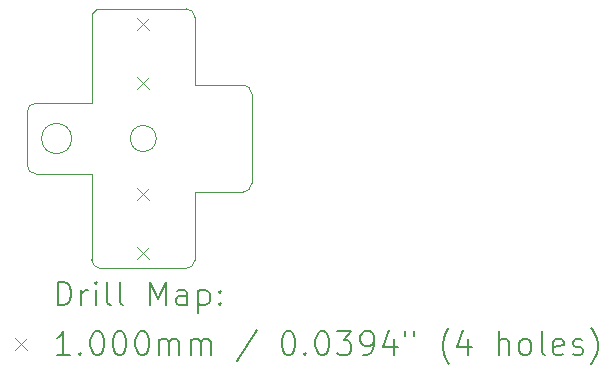
<source format=gbr>
%TF.GenerationSoftware,KiCad,Pcbnew,8.0.2*%
%TF.CreationDate,2025-05-18T13:53:22-07:00*%
%TF.ProjectId,PGS_Trigger_Board,5047535f-5472-4696-9767-65725f426f61,rev?*%
%TF.SameCoordinates,Original*%
%TF.FileFunction,Drillmap*%
%TF.FilePolarity,Positive*%
%FSLAX45Y45*%
G04 Gerber Fmt 4.5, Leading zero omitted, Abs format (unit mm)*
G04 Created by KiCad (PCBNEW 8.0.2) date 2025-05-18 13:53:22*
%MOMM*%
%LPD*%
G01*
G04 APERTURE LIST*
%ADD10C,0.010000*%
%ADD11C,0.200000*%
%ADD12C,0.100000*%
G04 APERTURE END LIST*
D10*
X23584053Y-14889000D02*
G75*
G02*
X23659050Y-14964000I-3J-75000D01*
G01*
X21833000Y-15644000D02*
G75*
G02*
X21758000Y-15569000I0J75000D01*
G01*
X22304027Y-14314711D02*
X22304048Y-14312961D01*
X22304113Y-14311215D01*
X22304221Y-14309472D01*
X22304372Y-14307734D01*
X22304565Y-14306001D01*
X22304801Y-14304274D01*
X22305079Y-14302554D01*
X22305400Y-14300841D01*
X22305763Y-14299137D01*
X22306167Y-14297443D01*
X22306614Y-14295758D01*
X22307102Y-14294084D01*
X22307631Y-14292421D01*
X22308202Y-14290771D01*
X22308814Y-14289134D01*
X22309467Y-14287511D01*
X22135500Y-15344000D02*
G75*
G02*
X21880500Y-15344000I-127500J0D01*
G01*
X21880500Y-15344000D02*
G75*
G02*
X22135500Y-15344000I127500J0D01*
G01*
X21758000Y-15119000D02*
X21758000Y-15569000D01*
X23179026Y-14889000D02*
X23179026Y-14319000D01*
X22347719Y-14249365D02*
X22349332Y-14248721D01*
X22350959Y-14248118D01*
X22352599Y-14247555D01*
X22354251Y-14247033D01*
X22355914Y-14246551D01*
X22357588Y-14246111D01*
X22359272Y-14245712D01*
X22360964Y-14245354D01*
X22362665Y-14245038D01*
X22364373Y-14244764D01*
X22366088Y-14244531D01*
X22367809Y-14244340D01*
X22369535Y-14244192D01*
X22371266Y-14244085D01*
X22373000Y-14244021D01*
X22374737Y-14244000D01*
X22379026Y-16444000D02*
X23104026Y-16444000D01*
X22304027Y-15644000D02*
X22304027Y-16369000D01*
X23179026Y-16369000D02*
G75*
G02*
X23104026Y-16443996I-74997J0D01*
G01*
X23179026Y-16369000D02*
X23179026Y-15799000D01*
X23104026Y-14244000D02*
G75*
G02*
X23179030Y-14319000I4J-75000D01*
G01*
X21758000Y-15119000D02*
G75*
G02*
X21833000Y-15044000I75000J0D01*
G01*
X22304027Y-15044000D02*
X21833000Y-15044000D01*
X22325192Y-14264260D02*
X22326421Y-14263082D01*
X22327677Y-14261935D01*
X22328958Y-14260819D01*
X22330266Y-14259735D01*
X22331598Y-14258684D01*
X22332954Y-14257665D01*
X22334335Y-14256679D01*
X22335738Y-14255727D01*
X22337163Y-14254809D01*
X22338611Y-14253925D01*
X22340079Y-14253076D01*
X22341568Y-14252262D01*
X22343078Y-14251483D01*
X22344606Y-14250741D01*
X22346153Y-14250035D01*
X22347719Y-14249365D01*
X23659053Y-15724000D02*
G75*
G02*
X23584053Y-15799003I-75003J0D01*
G01*
X21833000Y-15644000D02*
X22304027Y-15644000D01*
X22851526Y-15344000D02*
G75*
G02*
X22631526Y-15344000I-110000J0D01*
G01*
X22631526Y-15344000D02*
G75*
G02*
X22851526Y-15344000I110000J0D01*
G01*
X22304027Y-14314711D02*
X22304027Y-15044000D01*
X23659053Y-15724000D02*
X23659053Y-14964000D01*
X22309467Y-14287511D02*
X22310169Y-14285885D01*
X22310910Y-14284279D01*
X22311690Y-14282693D01*
X22312510Y-14281129D01*
X22313367Y-14279587D01*
X22314262Y-14278067D01*
X22315195Y-14276570D01*
X22316164Y-14275097D01*
X22317170Y-14273649D01*
X22318212Y-14272226D01*
X22319289Y-14270830D01*
X22320402Y-14269460D01*
X22321549Y-14268117D01*
X22322730Y-14266802D01*
X22323944Y-14265516D01*
X22325192Y-14264260D01*
X23584053Y-14889000D02*
X23179026Y-14889000D01*
X23104026Y-14244000D02*
X22374737Y-14244000D01*
X23179026Y-15799000D02*
X23584053Y-15799000D01*
X22379026Y-16444000D02*
G75*
G02*
X22304030Y-16369000I4J75000D01*
G01*
D11*
D12*
X22691526Y-14326500D02*
X22791526Y-14426500D01*
X22791526Y-14326500D02*
X22691526Y-14426500D01*
X22691526Y-14826500D02*
X22791526Y-14926500D01*
X22791526Y-14826500D02*
X22691526Y-14926500D01*
X22691526Y-15761500D02*
X22791526Y-15861500D01*
X22791526Y-15761500D02*
X22691526Y-15861500D01*
X22691526Y-16261500D02*
X22791526Y-16361500D01*
X22791526Y-16261500D02*
X22691526Y-16361500D01*
D11*
X22018277Y-16755984D02*
X22018277Y-16555984D01*
X22018277Y-16555984D02*
X22065896Y-16555984D01*
X22065896Y-16555984D02*
X22094467Y-16565508D01*
X22094467Y-16565508D02*
X22113515Y-16584555D01*
X22113515Y-16584555D02*
X22123039Y-16603603D01*
X22123039Y-16603603D02*
X22132563Y-16641698D01*
X22132563Y-16641698D02*
X22132563Y-16670269D01*
X22132563Y-16670269D02*
X22123039Y-16708365D01*
X22123039Y-16708365D02*
X22113515Y-16727412D01*
X22113515Y-16727412D02*
X22094467Y-16746460D01*
X22094467Y-16746460D02*
X22065896Y-16755984D01*
X22065896Y-16755984D02*
X22018277Y-16755984D01*
X22218277Y-16755984D02*
X22218277Y-16622650D01*
X22218277Y-16660746D02*
X22227801Y-16641698D01*
X22227801Y-16641698D02*
X22237324Y-16632174D01*
X22237324Y-16632174D02*
X22256372Y-16622650D01*
X22256372Y-16622650D02*
X22275420Y-16622650D01*
X22342086Y-16755984D02*
X22342086Y-16622650D01*
X22342086Y-16555984D02*
X22332563Y-16565508D01*
X22332563Y-16565508D02*
X22342086Y-16575031D01*
X22342086Y-16575031D02*
X22351610Y-16565508D01*
X22351610Y-16565508D02*
X22342086Y-16555984D01*
X22342086Y-16555984D02*
X22342086Y-16575031D01*
X22465896Y-16755984D02*
X22446848Y-16746460D01*
X22446848Y-16746460D02*
X22437324Y-16727412D01*
X22437324Y-16727412D02*
X22437324Y-16555984D01*
X22570658Y-16755984D02*
X22551610Y-16746460D01*
X22551610Y-16746460D02*
X22542086Y-16727412D01*
X22542086Y-16727412D02*
X22542086Y-16555984D01*
X22799229Y-16755984D02*
X22799229Y-16555984D01*
X22799229Y-16555984D02*
X22865896Y-16698841D01*
X22865896Y-16698841D02*
X22932562Y-16555984D01*
X22932562Y-16555984D02*
X22932562Y-16755984D01*
X23113515Y-16755984D02*
X23113515Y-16651222D01*
X23113515Y-16651222D02*
X23103991Y-16632174D01*
X23103991Y-16632174D02*
X23084943Y-16622650D01*
X23084943Y-16622650D02*
X23046848Y-16622650D01*
X23046848Y-16622650D02*
X23027801Y-16632174D01*
X23113515Y-16746460D02*
X23094467Y-16755984D01*
X23094467Y-16755984D02*
X23046848Y-16755984D01*
X23046848Y-16755984D02*
X23027801Y-16746460D01*
X23027801Y-16746460D02*
X23018277Y-16727412D01*
X23018277Y-16727412D02*
X23018277Y-16708365D01*
X23018277Y-16708365D02*
X23027801Y-16689317D01*
X23027801Y-16689317D02*
X23046848Y-16679793D01*
X23046848Y-16679793D02*
X23094467Y-16679793D01*
X23094467Y-16679793D02*
X23113515Y-16670269D01*
X23208753Y-16622650D02*
X23208753Y-16822650D01*
X23208753Y-16632174D02*
X23227801Y-16622650D01*
X23227801Y-16622650D02*
X23265896Y-16622650D01*
X23265896Y-16622650D02*
X23284943Y-16632174D01*
X23284943Y-16632174D02*
X23294467Y-16641698D01*
X23294467Y-16641698D02*
X23303991Y-16660746D01*
X23303991Y-16660746D02*
X23303991Y-16717888D01*
X23303991Y-16717888D02*
X23294467Y-16736936D01*
X23294467Y-16736936D02*
X23284943Y-16746460D01*
X23284943Y-16746460D02*
X23265896Y-16755984D01*
X23265896Y-16755984D02*
X23227801Y-16755984D01*
X23227801Y-16755984D02*
X23208753Y-16746460D01*
X23389705Y-16736936D02*
X23399229Y-16746460D01*
X23399229Y-16746460D02*
X23389705Y-16755984D01*
X23389705Y-16755984D02*
X23380182Y-16746460D01*
X23380182Y-16746460D02*
X23389705Y-16736936D01*
X23389705Y-16736936D02*
X23389705Y-16755984D01*
X23389705Y-16632174D02*
X23399229Y-16641698D01*
X23399229Y-16641698D02*
X23389705Y-16651222D01*
X23389705Y-16651222D02*
X23380182Y-16641698D01*
X23380182Y-16641698D02*
X23389705Y-16632174D01*
X23389705Y-16632174D02*
X23389705Y-16651222D01*
D12*
X21657500Y-17034500D02*
X21757500Y-17134500D01*
X21757500Y-17034500D02*
X21657500Y-17134500D01*
D11*
X22123039Y-17175984D02*
X22008753Y-17175984D01*
X22065896Y-17175984D02*
X22065896Y-16975984D01*
X22065896Y-16975984D02*
X22046848Y-17004555D01*
X22046848Y-17004555D02*
X22027801Y-17023603D01*
X22027801Y-17023603D02*
X22008753Y-17033127D01*
X22208753Y-17156936D02*
X22218277Y-17166460D01*
X22218277Y-17166460D02*
X22208753Y-17175984D01*
X22208753Y-17175984D02*
X22199229Y-17166460D01*
X22199229Y-17166460D02*
X22208753Y-17156936D01*
X22208753Y-17156936D02*
X22208753Y-17175984D01*
X22342086Y-16975984D02*
X22361134Y-16975984D01*
X22361134Y-16975984D02*
X22380182Y-16985508D01*
X22380182Y-16985508D02*
X22389705Y-16995031D01*
X22389705Y-16995031D02*
X22399229Y-17014079D01*
X22399229Y-17014079D02*
X22408753Y-17052174D01*
X22408753Y-17052174D02*
X22408753Y-17099793D01*
X22408753Y-17099793D02*
X22399229Y-17137889D01*
X22399229Y-17137889D02*
X22389705Y-17156936D01*
X22389705Y-17156936D02*
X22380182Y-17166460D01*
X22380182Y-17166460D02*
X22361134Y-17175984D01*
X22361134Y-17175984D02*
X22342086Y-17175984D01*
X22342086Y-17175984D02*
X22323039Y-17166460D01*
X22323039Y-17166460D02*
X22313515Y-17156936D01*
X22313515Y-17156936D02*
X22303991Y-17137889D01*
X22303991Y-17137889D02*
X22294467Y-17099793D01*
X22294467Y-17099793D02*
X22294467Y-17052174D01*
X22294467Y-17052174D02*
X22303991Y-17014079D01*
X22303991Y-17014079D02*
X22313515Y-16995031D01*
X22313515Y-16995031D02*
X22323039Y-16985508D01*
X22323039Y-16985508D02*
X22342086Y-16975984D01*
X22532562Y-16975984D02*
X22551610Y-16975984D01*
X22551610Y-16975984D02*
X22570658Y-16985508D01*
X22570658Y-16985508D02*
X22580182Y-16995031D01*
X22580182Y-16995031D02*
X22589705Y-17014079D01*
X22589705Y-17014079D02*
X22599229Y-17052174D01*
X22599229Y-17052174D02*
X22599229Y-17099793D01*
X22599229Y-17099793D02*
X22589705Y-17137889D01*
X22589705Y-17137889D02*
X22580182Y-17156936D01*
X22580182Y-17156936D02*
X22570658Y-17166460D01*
X22570658Y-17166460D02*
X22551610Y-17175984D01*
X22551610Y-17175984D02*
X22532562Y-17175984D01*
X22532562Y-17175984D02*
X22513515Y-17166460D01*
X22513515Y-17166460D02*
X22503991Y-17156936D01*
X22503991Y-17156936D02*
X22494467Y-17137889D01*
X22494467Y-17137889D02*
X22484943Y-17099793D01*
X22484943Y-17099793D02*
X22484943Y-17052174D01*
X22484943Y-17052174D02*
X22494467Y-17014079D01*
X22494467Y-17014079D02*
X22503991Y-16995031D01*
X22503991Y-16995031D02*
X22513515Y-16985508D01*
X22513515Y-16985508D02*
X22532562Y-16975984D01*
X22723039Y-16975984D02*
X22742086Y-16975984D01*
X22742086Y-16975984D02*
X22761134Y-16985508D01*
X22761134Y-16985508D02*
X22770658Y-16995031D01*
X22770658Y-16995031D02*
X22780182Y-17014079D01*
X22780182Y-17014079D02*
X22789705Y-17052174D01*
X22789705Y-17052174D02*
X22789705Y-17099793D01*
X22789705Y-17099793D02*
X22780182Y-17137889D01*
X22780182Y-17137889D02*
X22770658Y-17156936D01*
X22770658Y-17156936D02*
X22761134Y-17166460D01*
X22761134Y-17166460D02*
X22742086Y-17175984D01*
X22742086Y-17175984D02*
X22723039Y-17175984D01*
X22723039Y-17175984D02*
X22703991Y-17166460D01*
X22703991Y-17166460D02*
X22694467Y-17156936D01*
X22694467Y-17156936D02*
X22684943Y-17137889D01*
X22684943Y-17137889D02*
X22675420Y-17099793D01*
X22675420Y-17099793D02*
X22675420Y-17052174D01*
X22675420Y-17052174D02*
X22684943Y-17014079D01*
X22684943Y-17014079D02*
X22694467Y-16995031D01*
X22694467Y-16995031D02*
X22703991Y-16985508D01*
X22703991Y-16985508D02*
X22723039Y-16975984D01*
X22875420Y-17175984D02*
X22875420Y-17042650D01*
X22875420Y-17061698D02*
X22884943Y-17052174D01*
X22884943Y-17052174D02*
X22903991Y-17042650D01*
X22903991Y-17042650D02*
X22932563Y-17042650D01*
X22932563Y-17042650D02*
X22951610Y-17052174D01*
X22951610Y-17052174D02*
X22961134Y-17071222D01*
X22961134Y-17071222D02*
X22961134Y-17175984D01*
X22961134Y-17071222D02*
X22970658Y-17052174D01*
X22970658Y-17052174D02*
X22989705Y-17042650D01*
X22989705Y-17042650D02*
X23018277Y-17042650D01*
X23018277Y-17042650D02*
X23037324Y-17052174D01*
X23037324Y-17052174D02*
X23046848Y-17071222D01*
X23046848Y-17071222D02*
X23046848Y-17175984D01*
X23142086Y-17175984D02*
X23142086Y-17042650D01*
X23142086Y-17061698D02*
X23151610Y-17052174D01*
X23151610Y-17052174D02*
X23170658Y-17042650D01*
X23170658Y-17042650D02*
X23199229Y-17042650D01*
X23199229Y-17042650D02*
X23218277Y-17052174D01*
X23218277Y-17052174D02*
X23227801Y-17071222D01*
X23227801Y-17071222D02*
X23227801Y-17175984D01*
X23227801Y-17071222D02*
X23237324Y-17052174D01*
X23237324Y-17052174D02*
X23256372Y-17042650D01*
X23256372Y-17042650D02*
X23284943Y-17042650D01*
X23284943Y-17042650D02*
X23303991Y-17052174D01*
X23303991Y-17052174D02*
X23313515Y-17071222D01*
X23313515Y-17071222D02*
X23313515Y-17175984D01*
X23703991Y-16966460D02*
X23532563Y-17223603D01*
X23961134Y-16975984D02*
X23980182Y-16975984D01*
X23980182Y-16975984D02*
X23999229Y-16985508D01*
X23999229Y-16985508D02*
X24008753Y-16995031D01*
X24008753Y-16995031D02*
X24018277Y-17014079D01*
X24018277Y-17014079D02*
X24027801Y-17052174D01*
X24027801Y-17052174D02*
X24027801Y-17099793D01*
X24027801Y-17099793D02*
X24018277Y-17137889D01*
X24018277Y-17137889D02*
X24008753Y-17156936D01*
X24008753Y-17156936D02*
X23999229Y-17166460D01*
X23999229Y-17166460D02*
X23980182Y-17175984D01*
X23980182Y-17175984D02*
X23961134Y-17175984D01*
X23961134Y-17175984D02*
X23942086Y-17166460D01*
X23942086Y-17166460D02*
X23932563Y-17156936D01*
X23932563Y-17156936D02*
X23923039Y-17137889D01*
X23923039Y-17137889D02*
X23913515Y-17099793D01*
X23913515Y-17099793D02*
X23913515Y-17052174D01*
X23913515Y-17052174D02*
X23923039Y-17014079D01*
X23923039Y-17014079D02*
X23932563Y-16995031D01*
X23932563Y-16995031D02*
X23942086Y-16985508D01*
X23942086Y-16985508D02*
X23961134Y-16975984D01*
X24113515Y-17156936D02*
X24123039Y-17166460D01*
X24123039Y-17166460D02*
X24113515Y-17175984D01*
X24113515Y-17175984D02*
X24103991Y-17166460D01*
X24103991Y-17166460D02*
X24113515Y-17156936D01*
X24113515Y-17156936D02*
X24113515Y-17175984D01*
X24246848Y-16975984D02*
X24265896Y-16975984D01*
X24265896Y-16975984D02*
X24284944Y-16985508D01*
X24284944Y-16985508D02*
X24294467Y-16995031D01*
X24294467Y-16995031D02*
X24303991Y-17014079D01*
X24303991Y-17014079D02*
X24313515Y-17052174D01*
X24313515Y-17052174D02*
X24313515Y-17099793D01*
X24313515Y-17099793D02*
X24303991Y-17137889D01*
X24303991Y-17137889D02*
X24294467Y-17156936D01*
X24294467Y-17156936D02*
X24284944Y-17166460D01*
X24284944Y-17166460D02*
X24265896Y-17175984D01*
X24265896Y-17175984D02*
X24246848Y-17175984D01*
X24246848Y-17175984D02*
X24227801Y-17166460D01*
X24227801Y-17166460D02*
X24218277Y-17156936D01*
X24218277Y-17156936D02*
X24208753Y-17137889D01*
X24208753Y-17137889D02*
X24199229Y-17099793D01*
X24199229Y-17099793D02*
X24199229Y-17052174D01*
X24199229Y-17052174D02*
X24208753Y-17014079D01*
X24208753Y-17014079D02*
X24218277Y-16995031D01*
X24218277Y-16995031D02*
X24227801Y-16985508D01*
X24227801Y-16985508D02*
X24246848Y-16975984D01*
X24380182Y-16975984D02*
X24503991Y-16975984D01*
X24503991Y-16975984D02*
X24437325Y-17052174D01*
X24437325Y-17052174D02*
X24465896Y-17052174D01*
X24465896Y-17052174D02*
X24484944Y-17061698D01*
X24484944Y-17061698D02*
X24494467Y-17071222D01*
X24494467Y-17071222D02*
X24503991Y-17090270D01*
X24503991Y-17090270D02*
X24503991Y-17137889D01*
X24503991Y-17137889D02*
X24494467Y-17156936D01*
X24494467Y-17156936D02*
X24484944Y-17166460D01*
X24484944Y-17166460D02*
X24465896Y-17175984D01*
X24465896Y-17175984D02*
X24408753Y-17175984D01*
X24408753Y-17175984D02*
X24389706Y-17166460D01*
X24389706Y-17166460D02*
X24380182Y-17156936D01*
X24599229Y-17175984D02*
X24637325Y-17175984D01*
X24637325Y-17175984D02*
X24656372Y-17166460D01*
X24656372Y-17166460D02*
X24665896Y-17156936D01*
X24665896Y-17156936D02*
X24684944Y-17128365D01*
X24684944Y-17128365D02*
X24694467Y-17090270D01*
X24694467Y-17090270D02*
X24694467Y-17014079D01*
X24694467Y-17014079D02*
X24684944Y-16995031D01*
X24684944Y-16995031D02*
X24675420Y-16985508D01*
X24675420Y-16985508D02*
X24656372Y-16975984D01*
X24656372Y-16975984D02*
X24618277Y-16975984D01*
X24618277Y-16975984D02*
X24599229Y-16985508D01*
X24599229Y-16985508D02*
X24589706Y-16995031D01*
X24589706Y-16995031D02*
X24580182Y-17014079D01*
X24580182Y-17014079D02*
X24580182Y-17061698D01*
X24580182Y-17061698D02*
X24589706Y-17080746D01*
X24589706Y-17080746D02*
X24599229Y-17090270D01*
X24599229Y-17090270D02*
X24618277Y-17099793D01*
X24618277Y-17099793D02*
X24656372Y-17099793D01*
X24656372Y-17099793D02*
X24675420Y-17090270D01*
X24675420Y-17090270D02*
X24684944Y-17080746D01*
X24684944Y-17080746D02*
X24694467Y-17061698D01*
X24865896Y-17042650D02*
X24865896Y-17175984D01*
X24818277Y-16966460D02*
X24770658Y-17109317D01*
X24770658Y-17109317D02*
X24894467Y-17109317D01*
X24961134Y-16975984D02*
X24961134Y-17014079D01*
X25037325Y-16975984D02*
X25037325Y-17014079D01*
X25332563Y-17252174D02*
X25323039Y-17242650D01*
X25323039Y-17242650D02*
X25303991Y-17214079D01*
X25303991Y-17214079D02*
X25294468Y-17195031D01*
X25294468Y-17195031D02*
X25284944Y-17166460D01*
X25284944Y-17166460D02*
X25275420Y-17118841D01*
X25275420Y-17118841D02*
X25275420Y-17080746D01*
X25275420Y-17080746D02*
X25284944Y-17033127D01*
X25284944Y-17033127D02*
X25294468Y-17004555D01*
X25294468Y-17004555D02*
X25303991Y-16985508D01*
X25303991Y-16985508D02*
X25323039Y-16956936D01*
X25323039Y-16956936D02*
X25332563Y-16947412D01*
X25494468Y-17042650D02*
X25494468Y-17175984D01*
X25446848Y-16966460D02*
X25399229Y-17109317D01*
X25399229Y-17109317D02*
X25523039Y-17109317D01*
X25751610Y-17175984D02*
X25751610Y-16975984D01*
X25837325Y-17175984D02*
X25837325Y-17071222D01*
X25837325Y-17071222D02*
X25827801Y-17052174D01*
X25827801Y-17052174D02*
X25808753Y-17042650D01*
X25808753Y-17042650D02*
X25780182Y-17042650D01*
X25780182Y-17042650D02*
X25761134Y-17052174D01*
X25761134Y-17052174D02*
X25751610Y-17061698D01*
X25961134Y-17175984D02*
X25942087Y-17166460D01*
X25942087Y-17166460D02*
X25932563Y-17156936D01*
X25932563Y-17156936D02*
X25923039Y-17137889D01*
X25923039Y-17137889D02*
X25923039Y-17080746D01*
X25923039Y-17080746D02*
X25932563Y-17061698D01*
X25932563Y-17061698D02*
X25942087Y-17052174D01*
X25942087Y-17052174D02*
X25961134Y-17042650D01*
X25961134Y-17042650D02*
X25989706Y-17042650D01*
X25989706Y-17042650D02*
X26008753Y-17052174D01*
X26008753Y-17052174D02*
X26018277Y-17061698D01*
X26018277Y-17061698D02*
X26027801Y-17080746D01*
X26027801Y-17080746D02*
X26027801Y-17137889D01*
X26027801Y-17137889D02*
X26018277Y-17156936D01*
X26018277Y-17156936D02*
X26008753Y-17166460D01*
X26008753Y-17166460D02*
X25989706Y-17175984D01*
X25989706Y-17175984D02*
X25961134Y-17175984D01*
X26142087Y-17175984D02*
X26123039Y-17166460D01*
X26123039Y-17166460D02*
X26113515Y-17147412D01*
X26113515Y-17147412D02*
X26113515Y-16975984D01*
X26294468Y-17166460D02*
X26275420Y-17175984D01*
X26275420Y-17175984D02*
X26237325Y-17175984D01*
X26237325Y-17175984D02*
X26218277Y-17166460D01*
X26218277Y-17166460D02*
X26208753Y-17147412D01*
X26208753Y-17147412D02*
X26208753Y-17071222D01*
X26208753Y-17071222D02*
X26218277Y-17052174D01*
X26218277Y-17052174D02*
X26237325Y-17042650D01*
X26237325Y-17042650D02*
X26275420Y-17042650D01*
X26275420Y-17042650D02*
X26294468Y-17052174D01*
X26294468Y-17052174D02*
X26303991Y-17071222D01*
X26303991Y-17071222D02*
X26303991Y-17090270D01*
X26303991Y-17090270D02*
X26208753Y-17109317D01*
X26380182Y-17166460D02*
X26399230Y-17175984D01*
X26399230Y-17175984D02*
X26437325Y-17175984D01*
X26437325Y-17175984D02*
X26456372Y-17166460D01*
X26456372Y-17166460D02*
X26465896Y-17147412D01*
X26465896Y-17147412D02*
X26465896Y-17137889D01*
X26465896Y-17137889D02*
X26456372Y-17118841D01*
X26456372Y-17118841D02*
X26437325Y-17109317D01*
X26437325Y-17109317D02*
X26408753Y-17109317D01*
X26408753Y-17109317D02*
X26389706Y-17099793D01*
X26389706Y-17099793D02*
X26380182Y-17080746D01*
X26380182Y-17080746D02*
X26380182Y-17071222D01*
X26380182Y-17071222D02*
X26389706Y-17052174D01*
X26389706Y-17052174D02*
X26408753Y-17042650D01*
X26408753Y-17042650D02*
X26437325Y-17042650D01*
X26437325Y-17042650D02*
X26456372Y-17052174D01*
X26532563Y-17252174D02*
X26542087Y-17242650D01*
X26542087Y-17242650D02*
X26561134Y-17214079D01*
X26561134Y-17214079D02*
X26570658Y-17195031D01*
X26570658Y-17195031D02*
X26580182Y-17166460D01*
X26580182Y-17166460D02*
X26589706Y-17118841D01*
X26589706Y-17118841D02*
X26589706Y-17080746D01*
X26589706Y-17080746D02*
X26580182Y-17033127D01*
X26580182Y-17033127D02*
X26570658Y-17004555D01*
X26570658Y-17004555D02*
X26561134Y-16985508D01*
X26561134Y-16985508D02*
X26542087Y-16956936D01*
X26542087Y-16956936D02*
X26532563Y-16947412D01*
M02*

</source>
